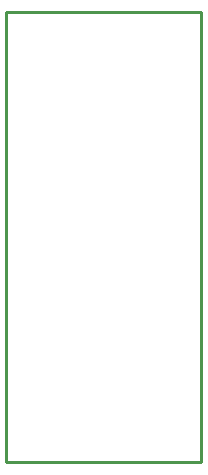
<source format=gm1>
G04*
G04 #@! TF.GenerationSoftware,Altium Limited,Altium Designer,19.0.4 (130)*
G04*
G04 Layer_Color=16711935*
%FSLAX25Y25*%
%MOIN*%
G70*
G01*
G75*
%ADD13C,0.01000*%
D13*
X438000Y171000D02*
X503000D01*
X503000Y321000D02*
X503000Y171000D01*
X438000Y321000D02*
X503000D01*
X438000D02*
X438000Y171000D01*
M02*

</source>
